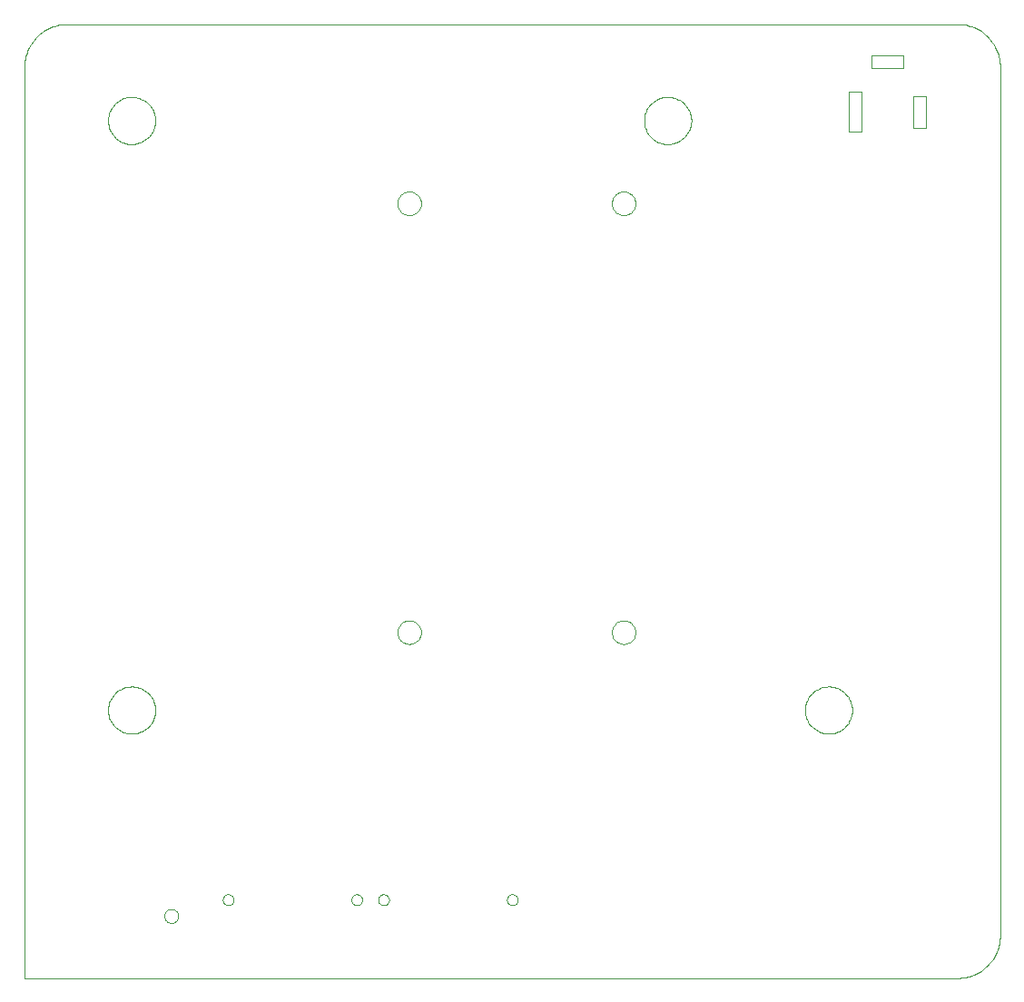
<source format=gko>
G75*
G70*
%OFA0B0*%
%FSLAX24Y24*%
%IPPOS*%
%LPD*%
%AMOC8*
5,1,8,0,0,1.08239X$1,22.5*
%
%ADD10C,0.0000*%
D10*
X000161Y000161D02*
X000161Y033626D01*
X000163Y033703D01*
X000169Y033780D01*
X000178Y033857D01*
X000191Y033933D01*
X000208Y034009D01*
X000229Y034083D01*
X000253Y034157D01*
X000281Y034229D01*
X000312Y034299D01*
X000347Y034368D01*
X000385Y034436D01*
X000426Y034501D01*
X000471Y034564D01*
X000519Y034625D01*
X000569Y034684D01*
X000622Y034740D01*
X000678Y034793D01*
X000737Y034843D01*
X000798Y034891D01*
X000861Y034936D01*
X000926Y034977D01*
X000994Y035015D01*
X001063Y035050D01*
X001133Y035081D01*
X001205Y035109D01*
X001279Y035133D01*
X001353Y035154D01*
X001429Y035171D01*
X001505Y035184D01*
X001582Y035193D01*
X001659Y035199D01*
X001736Y035201D01*
X034413Y035201D01*
X034490Y035199D01*
X034567Y035193D01*
X034644Y035184D01*
X034720Y035171D01*
X034796Y035154D01*
X034870Y035133D01*
X034944Y035109D01*
X035016Y035081D01*
X035086Y035050D01*
X035155Y035015D01*
X035223Y034977D01*
X035288Y034936D01*
X035351Y034891D01*
X035412Y034843D01*
X035471Y034793D01*
X035527Y034740D01*
X035580Y034684D01*
X035630Y034625D01*
X035678Y034564D01*
X035723Y034501D01*
X035764Y034436D01*
X035802Y034368D01*
X035837Y034299D01*
X035868Y034229D01*
X035896Y034157D01*
X035920Y034083D01*
X035941Y034009D01*
X035958Y033933D01*
X035971Y033857D01*
X035980Y033780D01*
X035986Y033703D01*
X035988Y033626D01*
X035988Y001736D01*
X035986Y001659D01*
X035980Y001582D01*
X035971Y001505D01*
X035958Y001429D01*
X035941Y001353D01*
X035920Y001279D01*
X035896Y001205D01*
X035868Y001133D01*
X035837Y001063D01*
X035802Y000994D01*
X035764Y000926D01*
X035723Y000861D01*
X035678Y000798D01*
X035630Y000737D01*
X035580Y000678D01*
X035527Y000622D01*
X035471Y000569D01*
X035412Y000519D01*
X035351Y000471D01*
X035288Y000426D01*
X035223Y000385D01*
X035155Y000347D01*
X035086Y000312D01*
X035016Y000281D01*
X034944Y000253D01*
X034870Y000229D01*
X034796Y000208D01*
X034720Y000191D01*
X034644Y000178D01*
X034567Y000169D01*
X034490Y000163D01*
X034413Y000161D01*
X000161Y000161D01*
X005299Y002445D02*
X005301Y002476D01*
X005307Y002507D01*
X005316Y002537D01*
X005329Y002566D01*
X005346Y002593D01*
X005366Y002617D01*
X005388Y002639D01*
X005414Y002658D01*
X005441Y002674D01*
X005470Y002686D01*
X005500Y002695D01*
X005531Y002700D01*
X005563Y002701D01*
X005594Y002698D01*
X005625Y002691D01*
X005655Y002681D01*
X005683Y002667D01*
X005709Y002649D01*
X005733Y002629D01*
X005754Y002605D01*
X005773Y002580D01*
X005788Y002552D01*
X005799Y002523D01*
X005807Y002492D01*
X005811Y002461D01*
X005811Y002429D01*
X005807Y002398D01*
X005799Y002367D01*
X005788Y002338D01*
X005773Y002310D01*
X005754Y002285D01*
X005733Y002261D01*
X005709Y002241D01*
X005683Y002223D01*
X005655Y002209D01*
X005625Y002199D01*
X005594Y002192D01*
X005563Y002189D01*
X005531Y002190D01*
X005500Y002195D01*
X005470Y002204D01*
X005441Y002216D01*
X005414Y002232D01*
X005388Y002251D01*
X005366Y002273D01*
X005346Y002297D01*
X005329Y002324D01*
X005316Y002353D01*
X005307Y002383D01*
X005301Y002414D01*
X005299Y002445D01*
X007441Y003039D02*
X007443Y003067D01*
X007449Y003094D01*
X007458Y003121D01*
X007472Y003146D01*
X007488Y003168D01*
X007508Y003188D01*
X007530Y003206D01*
X007554Y003220D01*
X007580Y003230D01*
X007607Y003237D01*
X007635Y003240D01*
X007663Y003239D01*
X007691Y003234D01*
X007717Y003225D01*
X007742Y003213D01*
X007766Y003197D01*
X007787Y003179D01*
X007805Y003157D01*
X007819Y003133D01*
X007831Y003108D01*
X007839Y003081D01*
X007843Y003053D01*
X007843Y003025D01*
X007839Y002997D01*
X007831Y002970D01*
X007819Y002945D01*
X007805Y002921D01*
X007787Y002899D01*
X007766Y002881D01*
X007743Y002865D01*
X007717Y002853D01*
X007691Y002844D01*
X007663Y002839D01*
X007635Y002838D01*
X007607Y002841D01*
X007580Y002848D01*
X007554Y002858D01*
X007530Y002872D01*
X007508Y002890D01*
X007488Y002910D01*
X007472Y002932D01*
X007458Y002957D01*
X007449Y002984D01*
X007443Y003011D01*
X007441Y003039D01*
X012165Y003039D02*
X012167Y003067D01*
X012173Y003094D01*
X012182Y003121D01*
X012196Y003146D01*
X012212Y003168D01*
X012232Y003188D01*
X012254Y003206D01*
X012278Y003220D01*
X012304Y003230D01*
X012331Y003237D01*
X012359Y003240D01*
X012387Y003239D01*
X012415Y003234D01*
X012441Y003225D01*
X012466Y003213D01*
X012490Y003197D01*
X012511Y003179D01*
X012529Y003157D01*
X012543Y003133D01*
X012555Y003108D01*
X012563Y003081D01*
X012567Y003053D01*
X012567Y003025D01*
X012563Y002997D01*
X012555Y002970D01*
X012543Y002945D01*
X012529Y002921D01*
X012511Y002899D01*
X012490Y002881D01*
X012467Y002865D01*
X012441Y002853D01*
X012415Y002844D01*
X012387Y002839D01*
X012359Y002838D01*
X012331Y002841D01*
X012304Y002848D01*
X012278Y002858D01*
X012254Y002872D01*
X012232Y002890D01*
X012212Y002910D01*
X012196Y002932D01*
X012182Y002957D01*
X012173Y002984D01*
X012167Y003011D01*
X012165Y003039D01*
X013149Y003039D02*
X013151Y003067D01*
X013157Y003094D01*
X013166Y003121D01*
X013180Y003146D01*
X013196Y003168D01*
X013216Y003188D01*
X013238Y003206D01*
X013262Y003220D01*
X013288Y003230D01*
X013315Y003237D01*
X013343Y003240D01*
X013371Y003239D01*
X013399Y003234D01*
X013425Y003225D01*
X013450Y003213D01*
X013474Y003197D01*
X013495Y003179D01*
X013513Y003157D01*
X013527Y003133D01*
X013539Y003108D01*
X013547Y003081D01*
X013551Y003053D01*
X013551Y003025D01*
X013547Y002997D01*
X013539Y002970D01*
X013527Y002945D01*
X013513Y002921D01*
X013495Y002899D01*
X013474Y002881D01*
X013451Y002865D01*
X013425Y002853D01*
X013399Y002844D01*
X013371Y002839D01*
X013343Y002838D01*
X013315Y002841D01*
X013288Y002848D01*
X013262Y002858D01*
X013238Y002872D01*
X013216Y002890D01*
X013196Y002910D01*
X013180Y002932D01*
X013166Y002957D01*
X013157Y002984D01*
X013151Y003011D01*
X013149Y003039D01*
X017874Y003039D02*
X017876Y003067D01*
X017882Y003094D01*
X017891Y003121D01*
X017905Y003146D01*
X017921Y003168D01*
X017941Y003188D01*
X017963Y003206D01*
X017987Y003220D01*
X018013Y003230D01*
X018040Y003237D01*
X018068Y003240D01*
X018096Y003239D01*
X018124Y003234D01*
X018150Y003225D01*
X018175Y003213D01*
X018199Y003197D01*
X018220Y003179D01*
X018238Y003157D01*
X018252Y003133D01*
X018264Y003108D01*
X018272Y003081D01*
X018276Y003053D01*
X018276Y003025D01*
X018272Y002997D01*
X018264Y002970D01*
X018252Y002945D01*
X018238Y002921D01*
X018220Y002899D01*
X018199Y002881D01*
X018176Y002865D01*
X018150Y002853D01*
X018124Y002844D01*
X018096Y002839D01*
X018068Y002838D01*
X018040Y002841D01*
X018013Y002848D01*
X017987Y002858D01*
X017963Y002872D01*
X017941Y002890D01*
X017921Y002910D01*
X017905Y002932D01*
X017891Y002957D01*
X017882Y002984D01*
X017876Y003011D01*
X017874Y003039D01*
X013858Y012866D02*
X013860Y012907D01*
X013866Y012948D01*
X013876Y012988D01*
X013889Y013027D01*
X013906Y013064D01*
X013927Y013100D01*
X013951Y013134D01*
X013978Y013165D01*
X014007Y013193D01*
X014040Y013219D01*
X014074Y013241D01*
X014111Y013260D01*
X014149Y013275D01*
X014189Y013287D01*
X014229Y013295D01*
X014270Y013299D01*
X014312Y013299D01*
X014353Y013295D01*
X014393Y013287D01*
X014433Y013275D01*
X014471Y013260D01*
X014507Y013241D01*
X014542Y013219D01*
X014575Y013193D01*
X014604Y013165D01*
X014631Y013134D01*
X014655Y013100D01*
X014676Y013064D01*
X014693Y013027D01*
X014706Y012988D01*
X014716Y012948D01*
X014722Y012907D01*
X014724Y012866D01*
X014722Y012825D01*
X014716Y012784D01*
X014706Y012744D01*
X014693Y012705D01*
X014676Y012668D01*
X014655Y012632D01*
X014631Y012598D01*
X014604Y012567D01*
X014575Y012539D01*
X014542Y012513D01*
X014508Y012491D01*
X014471Y012472D01*
X014433Y012457D01*
X014393Y012445D01*
X014353Y012437D01*
X014312Y012433D01*
X014270Y012433D01*
X014229Y012437D01*
X014189Y012445D01*
X014149Y012457D01*
X014111Y012472D01*
X014075Y012491D01*
X014040Y012513D01*
X014007Y012539D01*
X013978Y012567D01*
X013951Y012598D01*
X013927Y012632D01*
X013906Y012668D01*
X013889Y012705D01*
X013876Y012744D01*
X013866Y012784D01*
X013860Y012825D01*
X013858Y012866D01*
X021732Y012866D02*
X021734Y012907D01*
X021740Y012948D01*
X021750Y012988D01*
X021763Y013027D01*
X021780Y013064D01*
X021801Y013100D01*
X021825Y013134D01*
X021852Y013165D01*
X021881Y013193D01*
X021914Y013219D01*
X021948Y013241D01*
X021985Y013260D01*
X022023Y013275D01*
X022063Y013287D01*
X022103Y013295D01*
X022144Y013299D01*
X022186Y013299D01*
X022227Y013295D01*
X022267Y013287D01*
X022307Y013275D01*
X022345Y013260D01*
X022381Y013241D01*
X022416Y013219D01*
X022449Y013193D01*
X022478Y013165D01*
X022505Y013134D01*
X022529Y013100D01*
X022550Y013064D01*
X022567Y013027D01*
X022580Y012988D01*
X022590Y012948D01*
X022596Y012907D01*
X022598Y012866D01*
X022596Y012825D01*
X022590Y012784D01*
X022580Y012744D01*
X022567Y012705D01*
X022550Y012668D01*
X022529Y012632D01*
X022505Y012598D01*
X022478Y012567D01*
X022449Y012539D01*
X022416Y012513D01*
X022382Y012491D01*
X022345Y012472D01*
X022307Y012457D01*
X022267Y012445D01*
X022227Y012437D01*
X022186Y012433D01*
X022144Y012433D01*
X022103Y012437D01*
X022063Y012445D01*
X022023Y012457D01*
X021985Y012472D01*
X021949Y012491D01*
X021914Y012513D01*
X021881Y012539D01*
X021852Y012567D01*
X021825Y012598D01*
X021801Y012632D01*
X021780Y012668D01*
X021763Y012705D01*
X021750Y012744D01*
X021740Y012784D01*
X021734Y012825D01*
X021732Y012866D01*
X028823Y010004D02*
X028825Y010062D01*
X028831Y010121D01*
X028841Y010178D01*
X028854Y010235D01*
X028872Y010291D01*
X028893Y010346D01*
X028918Y010398D01*
X028946Y010450D01*
X028978Y010499D01*
X029013Y010546D01*
X029051Y010590D01*
X029092Y010632D01*
X029136Y010671D01*
X029182Y010706D01*
X029231Y010739D01*
X029282Y010768D01*
X029334Y010794D01*
X029388Y010816D01*
X029444Y010835D01*
X029500Y010849D01*
X029558Y010860D01*
X029616Y010867D01*
X029674Y010870D01*
X029733Y010869D01*
X029791Y010864D01*
X029849Y010855D01*
X029906Y010842D01*
X029962Y010826D01*
X030017Y010805D01*
X030070Y010781D01*
X030122Y010754D01*
X030172Y010723D01*
X030219Y010689D01*
X030264Y010651D01*
X030307Y010611D01*
X030346Y010568D01*
X030383Y010522D01*
X030416Y010474D01*
X030446Y010424D01*
X030473Y010372D01*
X030496Y010318D01*
X030515Y010263D01*
X030531Y010207D01*
X030543Y010150D01*
X030551Y010092D01*
X030555Y010033D01*
X030555Y009975D01*
X030551Y009916D01*
X030543Y009858D01*
X030531Y009801D01*
X030515Y009745D01*
X030496Y009690D01*
X030473Y009636D01*
X030446Y009584D01*
X030416Y009534D01*
X030383Y009486D01*
X030346Y009440D01*
X030307Y009397D01*
X030264Y009357D01*
X030219Y009319D01*
X030172Y009285D01*
X030122Y009254D01*
X030070Y009227D01*
X030017Y009203D01*
X029962Y009182D01*
X029906Y009166D01*
X029849Y009153D01*
X029791Y009144D01*
X029733Y009139D01*
X029674Y009138D01*
X029616Y009141D01*
X029558Y009148D01*
X029500Y009159D01*
X029444Y009173D01*
X029388Y009192D01*
X029334Y009214D01*
X029282Y009240D01*
X029231Y009269D01*
X029182Y009302D01*
X029136Y009337D01*
X029092Y009376D01*
X029051Y009418D01*
X029013Y009462D01*
X028978Y009509D01*
X028946Y009558D01*
X028918Y009610D01*
X028893Y009662D01*
X028872Y009717D01*
X028854Y009773D01*
X028841Y009830D01*
X028831Y009887D01*
X028825Y009946D01*
X028823Y010004D01*
X021732Y028614D02*
X021734Y028655D01*
X021740Y028696D01*
X021750Y028736D01*
X021763Y028775D01*
X021780Y028812D01*
X021801Y028848D01*
X021825Y028882D01*
X021852Y028913D01*
X021881Y028941D01*
X021914Y028967D01*
X021948Y028989D01*
X021985Y029008D01*
X022023Y029023D01*
X022063Y029035D01*
X022103Y029043D01*
X022144Y029047D01*
X022186Y029047D01*
X022227Y029043D01*
X022267Y029035D01*
X022307Y029023D01*
X022345Y029008D01*
X022381Y028989D01*
X022416Y028967D01*
X022449Y028941D01*
X022478Y028913D01*
X022505Y028882D01*
X022529Y028848D01*
X022550Y028812D01*
X022567Y028775D01*
X022580Y028736D01*
X022590Y028696D01*
X022596Y028655D01*
X022598Y028614D01*
X022596Y028573D01*
X022590Y028532D01*
X022580Y028492D01*
X022567Y028453D01*
X022550Y028416D01*
X022529Y028380D01*
X022505Y028346D01*
X022478Y028315D01*
X022449Y028287D01*
X022416Y028261D01*
X022382Y028239D01*
X022345Y028220D01*
X022307Y028205D01*
X022267Y028193D01*
X022227Y028185D01*
X022186Y028181D01*
X022144Y028181D01*
X022103Y028185D01*
X022063Y028193D01*
X022023Y028205D01*
X021985Y028220D01*
X021949Y028239D01*
X021914Y028261D01*
X021881Y028287D01*
X021852Y028315D01*
X021825Y028346D01*
X021801Y028380D01*
X021780Y028416D01*
X021763Y028453D01*
X021750Y028492D01*
X021740Y028532D01*
X021734Y028573D01*
X021732Y028614D01*
X022917Y031657D02*
X022919Y031715D01*
X022925Y031774D01*
X022935Y031831D01*
X022948Y031888D01*
X022966Y031944D01*
X022987Y031999D01*
X023012Y032051D01*
X023040Y032103D01*
X023072Y032152D01*
X023107Y032199D01*
X023145Y032243D01*
X023186Y032285D01*
X023230Y032324D01*
X023276Y032359D01*
X023325Y032392D01*
X023376Y032421D01*
X023428Y032447D01*
X023482Y032469D01*
X023538Y032488D01*
X023594Y032502D01*
X023652Y032513D01*
X023710Y032520D01*
X023768Y032523D01*
X023827Y032522D01*
X023885Y032517D01*
X023943Y032508D01*
X024000Y032495D01*
X024056Y032479D01*
X024111Y032458D01*
X024164Y032434D01*
X024216Y032407D01*
X024266Y032376D01*
X024313Y032342D01*
X024358Y032304D01*
X024401Y032264D01*
X024440Y032221D01*
X024477Y032175D01*
X024510Y032127D01*
X024540Y032077D01*
X024567Y032025D01*
X024590Y031971D01*
X024609Y031916D01*
X024625Y031860D01*
X024637Y031803D01*
X024645Y031745D01*
X024649Y031686D01*
X024649Y031628D01*
X024645Y031569D01*
X024637Y031511D01*
X024625Y031454D01*
X024609Y031398D01*
X024590Y031343D01*
X024567Y031289D01*
X024540Y031237D01*
X024510Y031187D01*
X024477Y031139D01*
X024440Y031093D01*
X024401Y031050D01*
X024358Y031010D01*
X024313Y030972D01*
X024266Y030938D01*
X024216Y030907D01*
X024164Y030880D01*
X024111Y030856D01*
X024056Y030835D01*
X024000Y030819D01*
X023943Y030806D01*
X023885Y030797D01*
X023827Y030792D01*
X023768Y030791D01*
X023710Y030794D01*
X023652Y030801D01*
X023594Y030812D01*
X023538Y030826D01*
X023482Y030845D01*
X023428Y030867D01*
X023376Y030893D01*
X023325Y030922D01*
X023276Y030955D01*
X023230Y030990D01*
X023186Y031029D01*
X023145Y031071D01*
X023107Y031115D01*
X023072Y031162D01*
X023040Y031211D01*
X023012Y031263D01*
X022987Y031315D01*
X022966Y031370D01*
X022948Y031426D01*
X022935Y031483D01*
X022925Y031540D01*
X022919Y031599D01*
X022917Y031657D01*
X030437Y031264D02*
X030437Y032720D01*
X030909Y032720D01*
X030909Y031264D01*
X030437Y031264D01*
X032799Y031382D02*
X032799Y032563D01*
X033271Y032563D01*
X033271Y031382D01*
X032799Y031382D01*
X032445Y033586D02*
X031264Y033586D01*
X031264Y034059D01*
X032445Y034059D01*
X032445Y033586D01*
X013858Y028614D02*
X013860Y028655D01*
X013866Y028696D01*
X013876Y028736D01*
X013889Y028775D01*
X013906Y028812D01*
X013927Y028848D01*
X013951Y028882D01*
X013978Y028913D01*
X014007Y028941D01*
X014040Y028967D01*
X014074Y028989D01*
X014111Y029008D01*
X014149Y029023D01*
X014189Y029035D01*
X014229Y029043D01*
X014270Y029047D01*
X014312Y029047D01*
X014353Y029043D01*
X014393Y029035D01*
X014433Y029023D01*
X014471Y029008D01*
X014507Y028989D01*
X014542Y028967D01*
X014575Y028941D01*
X014604Y028913D01*
X014631Y028882D01*
X014655Y028848D01*
X014676Y028812D01*
X014693Y028775D01*
X014706Y028736D01*
X014716Y028696D01*
X014722Y028655D01*
X014724Y028614D01*
X014722Y028573D01*
X014716Y028532D01*
X014706Y028492D01*
X014693Y028453D01*
X014676Y028416D01*
X014655Y028380D01*
X014631Y028346D01*
X014604Y028315D01*
X014575Y028287D01*
X014542Y028261D01*
X014508Y028239D01*
X014471Y028220D01*
X014433Y028205D01*
X014393Y028193D01*
X014353Y028185D01*
X014312Y028181D01*
X014270Y028181D01*
X014229Y028185D01*
X014189Y028193D01*
X014149Y028205D01*
X014111Y028220D01*
X014075Y028239D01*
X014040Y028261D01*
X014007Y028287D01*
X013978Y028315D01*
X013951Y028346D01*
X013927Y028380D01*
X013906Y028416D01*
X013889Y028453D01*
X013876Y028492D01*
X013866Y028532D01*
X013860Y028573D01*
X013858Y028614D01*
X003232Y031657D02*
X003234Y031715D01*
X003240Y031774D01*
X003250Y031831D01*
X003263Y031888D01*
X003281Y031944D01*
X003302Y031999D01*
X003327Y032051D01*
X003355Y032103D01*
X003387Y032152D01*
X003422Y032199D01*
X003460Y032243D01*
X003501Y032285D01*
X003545Y032324D01*
X003591Y032359D01*
X003640Y032392D01*
X003691Y032421D01*
X003743Y032447D01*
X003797Y032469D01*
X003853Y032488D01*
X003909Y032502D01*
X003967Y032513D01*
X004025Y032520D01*
X004083Y032523D01*
X004142Y032522D01*
X004200Y032517D01*
X004258Y032508D01*
X004315Y032495D01*
X004371Y032479D01*
X004426Y032458D01*
X004479Y032434D01*
X004531Y032407D01*
X004581Y032376D01*
X004628Y032342D01*
X004673Y032304D01*
X004716Y032264D01*
X004755Y032221D01*
X004792Y032175D01*
X004825Y032127D01*
X004855Y032077D01*
X004882Y032025D01*
X004905Y031971D01*
X004924Y031916D01*
X004940Y031860D01*
X004952Y031803D01*
X004960Y031745D01*
X004964Y031686D01*
X004964Y031628D01*
X004960Y031569D01*
X004952Y031511D01*
X004940Y031454D01*
X004924Y031398D01*
X004905Y031343D01*
X004882Y031289D01*
X004855Y031237D01*
X004825Y031187D01*
X004792Y031139D01*
X004755Y031093D01*
X004716Y031050D01*
X004673Y031010D01*
X004628Y030972D01*
X004581Y030938D01*
X004531Y030907D01*
X004479Y030880D01*
X004426Y030856D01*
X004371Y030835D01*
X004315Y030819D01*
X004258Y030806D01*
X004200Y030797D01*
X004142Y030792D01*
X004083Y030791D01*
X004025Y030794D01*
X003967Y030801D01*
X003909Y030812D01*
X003853Y030826D01*
X003797Y030845D01*
X003743Y030867D01*
X003691Y030893D01*
X003640Y030922D01*
X003591Y030955D01*
X003545Y030990D01*
X003501Y031029D01*
X003460Y031071D01*
X003422Y031115D01*
X003387Y031162D01*
X003355Y031211D01*
X003327Y031263D01*
X003302Y031315D01*
X003281Y031370D01*
X003263Y031426D01*
X003250Y031483D01*
X003240Y031540D01*
X003234Y031599D01*
X003232Y031657D01*
X003232Y010004D02*
X003234Y010062D01*
X003240Y010121D01*
X003250Y010178D01*
X003263Y010235D01*
X003281Y010291D01*
X003302Y010346D01*
X003327Y010398D01*
X003355Y010450D01*
X003387Y010499D01*
X003422Y010546D01*
X003460Y010590D01*
X003501Y010632D01*
X003545Y010671D01*
X003591Y010706D01*
X003640Y010739D01*
X003691Y010768D01*
X003743Y010794D01*
X003797Y010816D01*
X003853Y010835D01*
X003909Y010849D01*
X003967Y010860D01*
X004025Y010867D01*
X004083Y010870D01*
X004142Y010869D01*
X004200Y010864D01*
X004258Y010855D01*
X004315Y010842D01*
X004371Y010826D01*
X004426Y010805D01*
X004479Y010781D01*
X004531Y010754D01*
X004581Y010723D01*
X004628Y010689D01*
X004673Y010651D01*
X004716Y010611D01*
X004755Y010568D01*
X004792Y010522D01*
X004825Y010474D01*
X004855Y010424D01*
X004882Y010372D01*
X004905Y010318D01*
X004924Y010263D01*
X004940Y010207D01*
X004952Y010150D01*
X004960Y010092D01*
X004964Y010033D01*
X004964Y009975D01*
X004960Y009916D01*
X004952Y009858D01*
X004940Y009801D01*
X004924Y009745D01*
X004905Y009690D01*
X004882Y009636D01*
X004855Y009584D01*
X004825Y009534D01*
X004792Y009486D01*
X004755Y009440D01*
X004716Y009397D01*
X004673Y009357D01*
X004628Y009319D01*
X004581Y009285D01*
X004531Y009254D01*
X004479Y009227D01*
X004426Y009203D01*
X004371Y009182D01*
X004315Y009166D01*
X004258Y009153D01*
X004200Y009144D01*
X004142Y009139D01*
X004083Y009138D01*
X004025Y009141D01*
X003967Y009148D01*
X003909Y009159D01*
X003853Y009173D01*
X003797Y009192D01*
X003743Y009214D01*
X003691Y009240D01*
X003640Y009269D01*
X003591Y009302D01*
X003545Y009337D01*
X003501Y009376D01*
X003460Y009418D01*
X003422Y009462D01*
X003387Y009509D01*
X003355Y009558D01*
X003327Y009610D01*
X003302Y009662D01*
X003281Y009717D01*
X003263Y009773D01*
X003250Y009830D01*
X003240Y009887D01*
X003234Y009946D01*
X003232Y010004D01*
M02*

</source>
